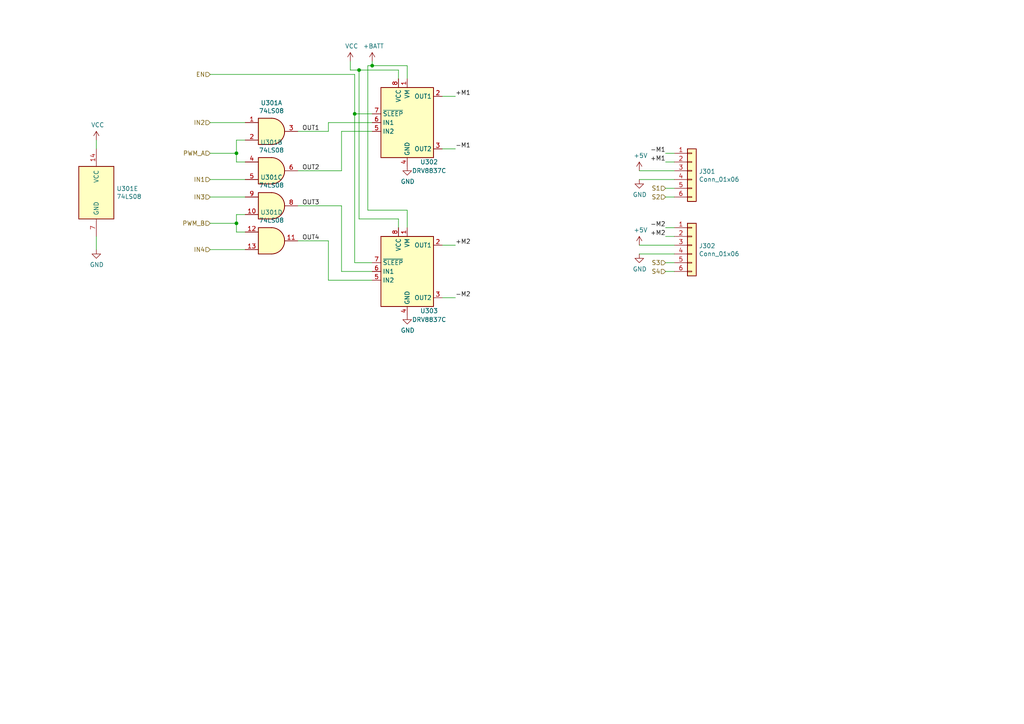
<source format=kicad_sch>
(kicad_sch (version 20211123) (generator eeschema)
  (paper "A4")
  (title_block (title "Motor Driver Board") (date "2021-10-08") (rev "0.1"))
  (lib_symbols
    (symbol "74xx:74LS08" (pin_names (offset 1.016))
      (property "Reference" "U" (at 0 1.27 0))
      (property "Value" "74LS08" (at 0 -1.27 0))
      (symbol "74LS08_1_1"
        (arc (start 0 -3.81) (mid 3.81 0) (end 0 3.81) (stroke (width 0.254)) (fill (type background)))
        (polyline (pts (xy 0 3.81) (xy -3.81 3.81) (xy -3.81 -3.81) (xy 0 -3.81)) (stroke (width 0.254)) (fill (type background)))
        (pin input line (at -7.62 2.54 0) (length 3.81) (name "~") (number "1"))
        (pin input line (at -7.62 -2.54 0) (length 3.81) (name "~") (number "2"))
        (pin output line (at 7.62 0 180) (length 3.81) (name "~") (number "3"))
      )
      (symbol "74LS08_1_2"
        (arc (start -3.81 -3.81) (mid -2.589 0) (end -3.81 3.81) (stroke (width 0.254)))
        (arc (start -0.6096 -3.81) (mid 2.1855 -2.584) (end 3.81 0) (stroke (width 0.254)) (fill (type background)))
        (polyline (pts (xy -3.81 -3.81) (xy -0.635 -3.81)) (stroke (width 0.254)) (fill (type background)))
        (polyline (pts (xy -3.81 3.81) (xy -0.635 3.81)) (stroke (width 0.254)) (fill (type background)))
        (polyline (pts (xy -0.635 3.81) (xy -3.81 3.81) (xy -3.81 3.81) (xy -3.556 3.4036) (xy -3.0226 2.2606) (xy -2.6924 1.0414) (xy -2.6162 -0.254) (xy -2.7686 -1.4986) (xy -3.175 -2.7178) (xy -3.81 -3.81) (xy -3.81 -3.81) (xy -0.635 -3.81)) (stroke (width -25.4)) (fill (type background)))
        (arc (start 3.81 0) (mid 2.1928 2.5925) (end -0.6096 3.81) (stroke (width 0.254)) (fill (type background)))
        (pin input inverted (at -7.62 2.54 0) (length 4.318) (name "~") (number "1"))
        (pin input inverted (at -7.62 -2.54 0) (length 4.318) (name "~") (number "2"))
        (pin output inverted (at 7.62 0 180) (length 3.81) (name "~") (number "3"))
      )
      (symbol "74LS08_2_1"
        (arc (start 0 -3.81) (mid 3.81 0) (end 0 3.81) (stroke (width 0.254)) (fill (type background)))
        (polyline (pts (xy 0 3.81) (xy -3.81 3.81) (xy -3.81 -3.81) (xy 0 -3.81)) (stroke (width 0.254)) (fill (type background)))
        (pin input line (at -7.62 2.54 0) (length 3.81) (name "~") (number "4"))
        (pin input line (at -7.62 -2.54 0) (length 3.81) (name "~") (number "5"))
        (pin output line (at 7.62 0 180) (length 3.81) (name "~") (number "6"))
      )
      (symbol "74LS08_2_2"
        (arc (start -3.81 -3.81) (mid -2.589 0) (end -3.81 3.81) (stroke (width 0.254)))
        (arc (start -0.6096 -3.81) (mid 2.1855 -2.584) (end 3.81 0) (stroke (width 0.254)) (fill (type background)))
        (polyline (pts (xy -3.81 -3.81) (xy -0.635 -3.81)) (stroke (width 0.254)) (fill (type background)))
        (polyline (pts (xy -3.81 3.81) (xy -0.635 3.81)) (stroke (width 0.254)) (fill (type background)))
        (polyline (pts (xy -0.635 3.81) (xy -3.81 3.81) (xy -3.81 3.81) (xy -3.556 3.4036) (xy -3.0226 2.2606) (xy -2.6924 1.0414) (xy -2.6162 -0.254) (xy -2.7686 -1.4986) (xy -3.175 -2.7178) (xy -3.81 -3.81) (xy -3.81 -3.81) (xy -0.635 -3.81)) (stroke (width -25.4)) (fill (type background)))
        (arc (start 3.81 0) (mid 2.1928 2.5925) (end -0.6096 3.81) (stroke (width 0.254)) (fill (type background)))
        (pin input inverted (at -7.62 2.54 0) (length 4.318) (name "~") (number "4"))
        (pin input inverted (at -7.62 -2.54 0) (length 4.318) (name "~") (number "5"))
        (pin output inverted (at 7.62 0 180) (length 3.81) (name "~") (number "6"))
      )
      (symbol "74LS08_3_1"
        (arc (start 0 -3.81) (mid 3.81 0) (end 0 3.81) (stroke (width 0.254)) (fill (type background)))
        (polyline (pts (xy 0 3.81) (xy -3.81 3.81) (xy -3.81 -3.81) (xy 0 -3.81)) (stroke (width 0.254)) (fill (type background)))
        (pin input line (at -7.62 -2.54 0) (length 3.81) (name "~") (number "10"))
        (pin output line (at 7.62 0 180) (length 3.81) (name "~") (number "8"))
        (pin input line (at -7.62 2.54 0) (length 3.81) (name "~") (number "9"))
      )
      (symbol "74LS08_3_2"
        (arc (start -3.81 -3.81) (mid -2.589 0) (end -3.81 3.81) (stroke (width 0.254)))
        (arc (start -0.6096 -3.81) (mid 2.1855 -2.584) (end 3.81 0) (stroke (width 0.254)) (fill (type background)))
        (polyline (pts (xy -3.81 -3.81) (xy -0.635 -3.81)) (stroke (width 0.254)) (fill (type background)))
        (polyline (pts (xy -3.81 3.81) (xy -0.635 3.81)) (stroke (width 0.254)) (fill (type background)))
        (polyline (pts (xy -0.635 3.81) (xy -3.81 3.81) (xy -3.81 3.81) (xy -3.556 3.4036) (xy -3.0226 2.2606) (xy -2.6924 1.0414) (xy -2.6162 -0.254) (xy -2.7686 -1.4986) (xy -3.175 -2.7178) (xy -3.81 -3.81) (xy -3.81 -3.81) (xy -0.635 -3.81)) (stroke (width -25.4)) (fill (type background)))
        (arc (start 3.81 0) (mid 2.1928 2.5925) (end -0.6096 3.81) (stroke (width 0.254)) (fill (type background)))
        (pin input inverted (at -7.62 -2.54 0) (length 4.318) (name "~") (number "10"))
        (pin output inverted (at 7.62 0 180) (length 3.81) (name "~") (number "8"))
        (pin input inverted (at -7.62 2.54 0) (length 4.318) (name "~") (number "9"))
      )
      (symbol "74LS08_4_1"
        (arc (start 0 -3.81) (mid 3.81 0) (end 0 3.81) (stroke (width 0.254)) (fill (type background)))
        (polyline (pts (xy 0 3.81) (xy -3.81 3.81) (xy -3.81 -3.81) (xy 0 -3.81)) (stroke (width 0.254)) (fill (type background)))
        (pin output line (at 7.62 0 180) (length 3.81) (name "~") (number "11"))
        (pin input line (at -7.62 2.54 0) (length 3.81) (name "~") (number "12"))
        (pin input line (at -7.62 -2.54 0) (length 3.81) (name "~") (number "13"))
      )
      (symbol "74LS08_4_2"
        (arc (start -3.81 -3.81) (mid -2.589 0) (end -3.81 3.81) (stroke (width 0.254)))
        (arc (start -0.6096 -3.81) (mid 2.1855 -2.584) (end 3.81 0) (stroke (width 0.254)) (fill (type background)))
        (polyline (pts (xy -3.81 -3.81) (xy -0.635 -3.81)) (stroke (width 0.254)) (fill (type background)))
        (polyline (pts (xy -3.81 3.81) (xy -0.635 3.81)) (stroke (width 0.254)) (fill (type background)))
        (polyline (pts (xy -0.635 3.81) (xy -3.81 3.81) (xy -3.81 3.81) (xy -3.556 3.4036) (xy -3.0226 2.2606) (xy -2.6924 1.0414) (xy -2.6162 -0.254) (xy -2.7686 -1.4986) (xy -3.175 -2.7178) (xy -3.81 -3.81) (xy -3.81 -3.81) (xy -0.635 -3.81)) (stroke (width -25.4)) (fill (type background)))
        (arc (start 3.81 0) (mid 2.1928 2.5925) (end -0.6096 3.81) (stroke (width 0.254)) (fill (type background)))
        (pin output inverted (at 7.62 0 180) (length 3.81) (name "~") (number "11"))
        (pin input inverted (at -7.62 2.54 0) (length 4.318) (name "~") (number "12"))
        (pin input inverted (at -7.62 -2.54 0) (length 4.318) (name "~") (number "13"))
      )
      (symbol "74LS08_5_0"
        (pin power_in line (at 0 12.7 270) (length 5.08) (name "VCC") (number "14"))
        (pin power_in line (at 0 -12.7 90) (length 5.08) (name "GND") (number "7"))
      )
      (symbol "74LS08_5_1"
        (rectangle (start -5.08 7.62) (end 5.08 -7.62) (stroke (width 0.254)) (fill (type background)))
      )
    )
    (symbol "Connector_Generic:Conn_01x06" (pin_names (offset 1.016) hide)
      (property "Reference" "J" (at 0 7.62 0))
      (property "Value" "Conn_01x06" (at 0 -10.16 0))
      (symbol "Conn_01x06_1_1"
        (rectangle (start -1.27 -7.493) (end 0 -7.747) (stroke (width 0.1524)))
        (rectangle (start -1.27 -4.953) (end 0 -5.207) (stroke (width 0.1524)))
        (rectangle (start -1.27 -2.413) (end 0 -2.667) (stroke (width 0.1524)))
        (rectangle (start -1.27 0.127) (end 0 -0.127) (stroke (width 0.1524)))
        (rectangle (start -1.27 2.667) (end 0 2.413) (stroke (width 0.1524)))
        (rectangle (start -1.27 5.207) (end 0 4.953) (stroke (width 0.1524)))
        (rectangle (start -1.27 6.35) (end 1.27 -8.89) (stroke (width 0.254)) (fill (type background)))
        (pin passive line (at -5.08 5.08 0) (length 3.81) (name "Pin_1") (number "1"))
        (pin passive line (at -5.08 2.54 0) (length 3.81) (name "Pin_2") (number "2"))
        (pin passive line (at -5.08 0 0) (length 3.81) (name "Pin_3") (number "3"))
        (pin passive line (at -5.08 -2.54 0) (length 3.81) (name "Pin_4") (number "4"))
        (pin passive line (at -5.08 -5.08 0) (length 3.81) (name "Pin_5") (number "5"))
        (pin passive line (at -5.08 -7.62 0) (length 3.81) (name "Pin_6") (number "6"))
      )
    )
    (symbol "Driver_Motor:DRV8837C"
      (property "Reference" "U" (at 6.35 11.43 0))
      (property "Value" "DRV8837C" (at -10.16 11.43 0))
      (symbol "DRV8837C_0_1"
        (rectangle (start -7.62 10.16) (end 7.62 -10.16) (stroke (width 0.254)) (fill (type background)))
      )
      (symbol "DRV8837C_1_1"
        (pin power_in line (at 0 12.7 270) (length 2.54) (name "VM") (number "1"))
        (pin output line (at 10.16 7.62 180) (length 2.54) (name "OUT1") (number "2"))
        (pin output line (at 10.16 -7.62 180) (length 2.54) (name "OUT2") (number "3"))
        (pin power_in line (at 0 -12.7 90) (length 2.54) (name "GND") (number "4"))
        (pin input line (at -10.16 -2.54 0) (length 2.54) (name "IN2") (number "5"))
        (pin input line (at -10.16 0 0) (length 2.54) (name "IN1") (number "6"))
        (pin input line (at -10.16 2.54 0) (length 2.54) (name "~{SLEEP}") (number "7"))
        (pin power_in line (at -2.54 12.7 270) (length 2.54) (name "VCC") (number "8"))
        (pin passive line (at 0 -12.7 90) (length 2.54) hide (name "GND") (number "9"))
      )
    )
    (symbol "power:+5V" (power) (pin_names (offset 0))
      (property "Value" "+5V" (at 0 3.556 0))
      (symbol "+5V_0_1"
        (polyline (pts (xy -0.762 1.27) (xy 0 2.54)))
        (polyline (pts (xy 0 0) (xy 0 2.54)))
        (polyline (pts (xy 0 2.54) (xy 0.762 1.27)))
      )
      (symbol "+5V_1_1"
        (pin power_in line (at 0 0 90) (length 0) hide (name "+5V") (number "1"))
      )
    )
    (symbol "power:+BATT" (power) (pin_names (offset 0))
      (property "Value" "+BATT" (at 0 3.556 0))
      (symbol "+BATT_0_1"
        (polyline (pts (xy -0.762 1.27) (xy 0 2.54)))
        (polyline (pts (xy 0 0) (xy 0 2.54)))
        (polyline (pts (xy 0 2.54) (xy 0.762 1.27)))
      )
      (symbol "+BATT_1_1"
        (pin power_in line (at 0 0 90) (length 0) hide (name "+BATT") (number "1"))
      )
    )
    (symbol "power:GND" (power) (pin_names (offset 0))
      (property "Value" "GND" (at 0 -3.81 0))
      (symbol "GND_0_1"
        (polyline (pts (xy 0 0) (xy 0 -1.27) (xy 1.27 -1.27) (xy 0 -2.54) (xy -1.27 -1.27) (xy 0 -1.27)))
      )
      (symbol "GND_1_1"
        (pin power_in line (at 0 0 270) (length 0) hide (name "GND") (number "1"))
      )
    )
    (symbol "power:VCC" (power) (pin_names (offset 0))
      (property "Value" "VCC" (at 0 3.81 0))
      (symbol "VCC_0_1"
        (polyline (pts (xy -0.762 1.27) (xy 0 2.54)))
        (polyline (pts (xy 0 0) (xy 0 2.54)))
        (polyline (pts (xy 0 2.54) (xy 0.762 1.27)))
      )
      (symbol "VCC_1_1"
        (pin power_in line (at 0 0 90) (length 0) hide (name "VCC") (number "1"))
      )
    )
  )
  (junction (at 107.95 19.05))
  (junction (at 68.58 64.77))
  (junction (at 102.87 33.02))
  (junction (at 104.14 20.32))
  (junction (at 68.58 44.45))
  (wire (pts (xy 99.06 38.1) (xy 107.95 38.1)))
  (wire (pts (xy 193.04 78.74) (xy 195.58 78.74)))
  (wire (pts (xy 107.95 19.05) (xy 106.68 19.05)))
  (wire (pts (xy 102.87 33.02) (xy 107.95 33.02)))
  (wire (pts (xy 101.6 17.78) (xy 101.6 20.32)))
  (wire (pts (xy 107.95 17.78) (xy 107.95 19.05)))
  (wire (pts (xy 68.58 67.31) (xy 71.12 67.31)))
  (wire (pts (xy 71.12 40.64) (xy 68.58 40.64)))
  (wire (pts (xy 68.58 62.23) (xy 68.58 64.77)))
  (wire (pts (xy 102.87 21.59) (xy 102.87 33.02)))
  (wire (pts (xy 193.04 76.2) (xy 195.58 76.2)))
  (wire (pts (xy 106.68 19.05) (xy 106.68 60.96)))
  (wire (pts (xy 60.96 57.15) (xy 71.12 57.15)))
  (wire (pts (xy 193.04 54.61) (xy 195.58 54.61)))
  (wire (pts (xy 185.42 49.53) (xy 195.58 49.53)))
  (wire (pts (xy 60.96 64.77) (xy 68.58 64.77)))
  (wire (pts (xy 71.12 62.23) (xy 68.58 62.23)))
  (wire (pts (xy 68.58 44.45) (xy 68.58 46.99)))
  (wire (pts (xy 118.11 60.96) (xy 118.11 66.04)))
  (wire (pts (xy 60.96 44.45) (xy 68.58 44.45)))
  (wire (pts (xy 95.25 81.28) (xy 107.95 81.28)))
  (wire (pts (xy 185.42 71.12) (xy 195.58 71.12)))
  (wire (pts (xy 193.04 66.04) (xy 195.58 66.04)))
  (wire (pts (xy 193.04 57.15) (xy 195.58 57.15)))
  (wire (pts (xy 102.87 76.2) (xy 107.95 76.2)))
  (wire (pts (xy 128.27 71.12) (xy 132.08 71.12)))
  (wire (pts (xy 193.04 68.58) (xy 195.58 68.58)))
  (wire (pts (xy 86.36 59.69) (xy 99.06 59.69)))
  (wire (pts (xy 27.94 68.58) (xy 27.94 72.39)))
  (wire (pts (xy 104.14 20.32) (xy 104.14 63.5)))
  (wire (pts (xy 106.68 60.96) (xy 118.11 60.96)))
  (wire (pts (xy 107.95 19.05) (xy 118.11 19.05)))
  (wire (pts (xy 128.27 43.18) (xy 132.08 43.18)))
  (wire (pts (xy 128.27 86.36) (xy 132.08 86.36)))
  (wire (pts (xy 102.87 33.02) (xy 102.87 76.2)))
  (wire (pts (xy 68.58 40.64) (xy 68.58 44.45)))
  (wire (pts (xy 193.04 46.99) (xy 195.58 46.99)))
  (wire (pts (xy 99.06 78.74) (xy 107.95 78.74)))
  (wire (pts (xy 193.04 44.45) (xy 195.58 44.45)))
  (wire (pts (xy 95.25 35.56) (xy 107.95 35.56)))
  (wire (pts (xy 60.96 21.59) (xy 102.87 21.59)))
  (wire (pts (xy 104.14 20.32) (xy 115.57 20.32)))
  (wire (pts (xy 60.96 52.07) (xy 71.12 52.07)))
  (wire (pts (xy 68.58 64.77) (xy 68.58 67.31)))
  (wire (pts (xy 99.06 59.69) (xy 99.06 78.74)))
  (wire (pts (xy 86.36 49.53) (xy 99.06 49.53)))
  (wire (pts (xy 60.96 35.56) (xy 71.12 35.56)))
  (wire (pts (xy 99.06 49.53) (xy 99.06 38.1)))
  (wire (pts (xy 95.25 69.85) (xy 95.25 81.28)))
  (wire (pts (xy 115.57 63.5) (xy 115.57 66.04)))
  (wire (pts (xy 95.25 38.1) (xy 95.25 35.56)))
  (wire (pts (xy 86.36 38.1) (xy 95.25 38.1)))
  (wire (pts (xy 60.96 72.39) (xy 71.12 72.39)))
  (wire (pts (xy 101.6 20.32) (xy 104.14 20.32)))
  (wire (pts (xy 128.27 27.94) (xy 132.08 27.94)))
  (wire (pts (xy 104.14 63.5) (xy 115.57 63.5)))
  (wire (pts (xy 27.94 40.64) (xy 27.94 43.18)))
  (wire (pts (xy 86.36 69.85) (xy 95.25 69.85)))
  (wire (pts (xy 185.42 73.66) (xy 195.58 73.66)))
  (wire (pts (xy 68.58 46.99) (xy 71.12 46.99)))
  (wire (pts (xy 185.42 52.07) (xy 195.58 52.07)))
  (wire (pts (xy 115.57 20.32) (xy 115.57 22.86)))
  (wire (pts (xy 118.11 19.05) (xy 118.11 22.86)))
  (label "OUT1" (at 87.63 38.1 0))
  (label "+M2" (at 132.08 71.12 0))
  (label "OUT3" (at 87.63 59.69 0))
  (label "-M2" (at 132.08 86.36 0))
  (label "+M2" (at 193.04 68.58 180))
  (label "-M1" (at 132.08 43.18 0))
  (label "+M1" (at 193.04 46.99 180))
  (label "OUT4" (at 87.63 69.85 0))
  (label "-M2" (at 193.04 66.04 180))
  (label "+M1" (at 132.08 27.94 0))
  (label "OUT2" (at 87.63 49.53 0))
  (label "-M1" (at 193.04 44.45 180))
  (hierarchical_label "IN4" (shape input) (at 60.96 72.39 180))
  (hierarchical_label "PWM_B" (shape input) (at 60.96 64.77 180))
  (hierarchical_label "PWM_A" (shape input) (at 60.96 44.45 180))
  (hierarchical_label "IN3" (shape input) (at 60.96 57.15 180))
  (hierarchical_label "S2" (shape input) (at 193.04 57.15 180))
  (hierarchical_label "S1" (shape input) (at 193.04 54.61 180))
  (hierarchical_label "S4" (shape input) (at 193.04 78.74 180))
  (hierarchical_label "IN2" (shape input) (at 60.96 35.56 180))
  (hierarchical_label "S3" (shape input) (at 193.04 76.2 180))
  (hierarchical_label "IN1" (shape input) (at 60.96 52.07 180))
  (hierarchical_label "EN" (shape input) (at 60.96 21.59 180))
  (symbol (lib_id "Connector_Generic:Conn_01x06") (at 200.66 49.53 0) (unit 1)
    (property "Reference" "J301" (at 202.692 49.7332 0) (effects (justify left)))
    (property "Value" "Conn_01x06" (at 202.692 52.0446 0) (effects (justify left)))
    (property "Footprint" "Connector_JST:JST_PH_B6B-PH-K_1x06_P2.00mm_Vertical" (effects hide))
  )
  (symbol (lib_id "power:+5V") (at 185.42 49.53 0) (unit 1)
    (property "Reference" "#PWR0307" (effects hide))
    (property "Value" "+5V" (at 185.801 45.1358 0))
  )
  (symbol (lib_id "power:GND") (at 185.42 52.07 0) (unit 1)
    (property "Reference" "#PWR0308" (effects hide))
    (property "Value" "GND" (at 185.547 56.4642 0))
  )
  (symbol (lib_id "Connector_Generic:Conn_01x06") (at 200.66 71.12 0) (unit 1)
    (property "Reference" "J302" (at 202.692 71.3232 0) (effects (justify left)))
    (property "Value" "Conn_01x06" (at 202.692 73.6346 0) (effects (justify left)))
    (property "Footprint" "Connector_JST:JST_PH_B6B-PH-K_1x06_P2.00mm_Vertical" (effects hide))
  )
  (symbol (lib_id "power:+5V") (at 185.42 71.12 0) (unit 1)
    (property "Reference" "#PWR0309" (effects hide))
    (property "Value" "+5V" (at 185.801 66.7258 0))
  )
  (symbol (lib_id "power:GND") (at 185.42 73.66 0) (unit 1)
    (property "Reference" "#PWR0310" (effects hide))
    (property "Value" "GND" (at 185.547 78.0542 0))
  )
  (symbol (lib_id "Driver_Motor:DRV8837C") (at 118.11 78.74 0) (unit 1)
    (property "Reference" "U303" (at 124.46 90.17 0))
    (property "Value" "DRV8837C" (at 124.46 92.71 0))
    (property "Footprint" "Package_SON:WSON-8-1EP_2x2mm_P0.5mm_EP0.9x1.6mm" (effects hide))
    (property "Datasheet" "http://www.ti.com/lit/ds/symlink/drv8837c.pdf" (effects hide))
    (property "LCSC Part #" "C191000" (effects hide))
    (property "LCSC" "C191000" (effects hide))
  )
  (symbol (lib_id "Driver_Motor:DRV8837C") (at 118.11 35.56 0) (unit 1)
    (property "Reference" "U302" (at 124.46 46.99 0))
    (property "Value" "DRV8837C" (at 124.46 49.53 0))
    (property "Footprint" "Package_SON:WSON-8-1EP_2x2mm_P0.5mm_EP0.9x1.6mm" (effects hide))
    (property "Datasheet" "http://www.ti.com/lit/ds/symlink/drv8837c.pdf" (effects hide))
    (property "LCSC Part #" "C191000" (effects hide))
    (property "LCSC" "C191000" (effects hide))
  )
  (symbol (lib_id "power:VCC") (at 101.6 17.78 0) (unit 1)
    (property "Reference" "#PWR0303" (effects hide))
    (property "Value" "VCC" (at 101.981 13.3858 0))
  )
  (symbol (lib_id "power:+BATT") (at 107.95 17.78 0) (unit 1)
    (property "Reference" "#PWR0304" (effects hide))
    (property "Value" "+BATT" (at 108.331 13.3858 0))
  )
  (symbol (lib_id "74xx:74LS08") (at 78.74 38.1 0) (unit 1)
    (property "Reference" "U301" (at 78.74 29.845 0))
    (property "Value" "74LS08" (at 78.74 32.1564 0))
    (property "Footprint" "Package_SO:SOIC-14_3.9x8.7mm_P1.27mm" (effects hide))
    (property "Datasheet" "http://www.ti.com/lit/gpn/sn74LS08" (effects hide))
    (property "LCSC Part #" "C5593" (effects hide))
    (property "LCSC" "C5593" (effects hide))
  )
  (symbol (lib_id "74xx:74LS08") (at 78.74 49.53 0) (unit 2)
    (property "Reference" "U301" (at 78.74 41.275 0))
    (property "Value" "74LS08" (at 78.74 43.5864 0))
    (property "Footprint" "Package_SO:SOIC-14_3.9x8.7mm_P1.27mm" (effects hide))
    (property "Datasheet" "http://www.ti.com/lit/gpn/sn74LS08" (effects hide))
    (property "LCSC Part #" "C5593" (effects hide))
    (property "LCSC" "C5593" (effects hide))
  )
  (symbol (lib_id "74xx:74LS08") (at 78.74 59.69 0) (unit 3)
    (property "Reference" "U301" (at 78.74 51.435 0))
    (property "Value" "74LS08" (at 78.74 53.7464 0))
    (property "Footprint" "Package_SO:SOIC-14_3.9x8.7mm_P1.27mm" (effects hide))
    (property "Datasheet" "http://www.ti.com/lit/gpn/sn74LS08" (effects hide))
    (property "LCSC Part #" "C5593" (effects hide))
    (property "LCSC" "C5593" (effects hide))
  )
  (symbol (lib_id "74xx:74LS08") (at 78.74 69.85 0) (unit 4)
    (property "Reference" "U301" (at 78.74 61.595 0))
    (property "Value" "74LS08" (at 78.74 63.9064 0))
    (property "Footprint" "Package_SO:SOIC-14_3.9x8.7mm_P1.27mm" (effects hide))
    (property "Datasheet" "http://www.ti.com/lit/gpn/sn74LS08" (effects hide))
    (property "LCSC Part #" "C5593" (effects hide))
    (property "LCSC" "C5593" (effects hide))
  )
  (symbol (lib_id "74xx:74LS08") (at 27.94 55.88 0) (unit 5)
    (property "Reference" "U301" (at 33.782 54.7116 0) (effects (justify left)))
    (property "Value" "74LS08" (at 33.782 57.023 0) (effects (justify left)))
    (property "Footprint" "Package_SO:SOIC-14_3.9x8.7mm_P1.27mm" (effects hide))
    (property "Datasheet" "http://www.ti.com/lit/gpn/sn74LS08" (effects hide))
    (property "LCSC Part #" "C5593" (effects hide))
    (property "LCSC" "C5593" (effects hide))
  )
  (symbol (lib_id "power:GND") (at 27.94 72.39 0) (unit 1)
    (property "Reference" "#PWR0302" (effects hide))
    (property "Value" "GND" (at 28.067 76.7842 0))
  )
  (symbol (lib_id "power:VCC") (at 27.94 40.64 0) (unit 1)
    (property "Reference" "#PWR0301" (effects hide))
    (property "Value" "VCC" (at 28.321 36.2458 0))
  )
  (symbol (lib_id "power:GND") (at 118.11 91.44 0) (unit 1)
    (property "Reference" "#PWR0306" (effects hide))
    (property "Value" "GND" (at 118.237 95.8342 0))
  )
  (symbol (lib_id "power:GND") (at 118.11 48.26 0) (unit 1)
    (property "Reference" "#PWR0305" (effects hide))
    (property "Value" "GND" (at 118.237 52.6542 0))
  )
)
</source>
